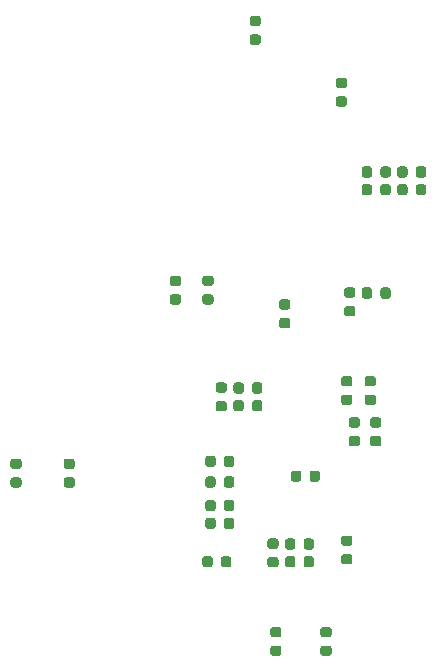
<source format=gbr>
%TF.GenerationSoftware,KiCad,Pcbnew,(5.1.6)-1*%
%TF.CreationDate,2020-06-19T12:40:56+02:00*%
%TF.ProjectId,iceduino,69636564-7569-46e6-9f2e-6b696361645f,rev?*%
%TF.SameCoordinates,Original*%
%TF.FileFunction,Paste,Bot*%
%TF.FilePolarity,Positive*%
%FSLAX46Y46*%
G04 Gerber Fmt 4.6, Leading zero omitted, Abs format (unit mm)*
G04 Created by KiCad (PCBNEW (5.1.6)-1) date 2020-06-19 12:40:56*
%MOMM*%
%LPD*%
G01*
G04 APERTURE LIST*
G04 APERTURE END LIST*
%TO.C,C1*%
G36*
G01*
X92643750Y-94850000D02*
X93156250Y-94850000D01*
G75*
G02*
X93375000Y-95068750I0J-218750D01*
G01*
X93375000Y-95506250D01*
G75*
G02*
X93156250Y-95725000I-218750J0D01*
G01*
X92643750Y-95725000D01*
G75*
G02*
X92425000Y-95506250I0J218750D01*
G01*
X92425000Y-95068750D01*
G75*
G02*
X92643750Y-94850000I218750J0D01*
G01*
G37*
G36*
G01*
X92643750Y-93275000D02*
X93156250Y-93275000D01*
G75*
G02*
X93375000Y-93493750I0J-218750D01*
G01*
X93375000Y-93931250D01*
G75*
G02*
X93156250Y-94150000I-218750J0D01*
G01*
X92643750Y-94150000D01*
G75*
G02*
X92425000Y-93931250I0J218750D01*
G01*
X92425000Y-93493750D01*
G75*
G02*
X92643750Y-93275000I218750J0D01*
G01*
G37*
%TD*%
%TO.C,C2*%
G36*
G01*
X81850000Y-102506250D02*
X81850000Y-101993750D01*
G75*
G02*
X82068750Y-101775000I218750J0D01*
G01*
X82506250Y-101775000D01*
G75*
G02*
X82725000Y-101993750I0J-218750D01*
G01*
X82725000Y-102506250D01*
G75*
G02*
X82506250Y-102725000I-218750J0D01*
G01*
X82068750Y-102725000D01*
G75*
G02*
X81850000Y-102506250I0J218750D01*
G01*
G37*
G36*
G01*
X80275000Y-102506250D02*
X80275000Y-101993750D01*
G75*
G02*
X80493750Y-101775000I218750J0D01*
G01*
X80931250Y-101775000D01*
G75*
G02*
X81150000Y-101993750I0J-218750D01*
G01*
X81150000Y-102506250D01*
G75*
G02*
X80931250Y-102725000I-218750J0D01*
G01*
X80493750Y-102725000D01*
G75*
G02*
X80275000Y-102506250I0J218750D01*
G01*
G37*
%TD*%
%TO.C,C3*%
G36*
G01*
X94506250Y-92225000D02*
X93993750Y-92225000D01*
G75*
G02*
X93775000Y-92006250I0J218750D01*
G01*
X93775000Y-91568750D01*
G75*
G02*
X93993750Y-91350000I218750J0D01*
G01*
X94506250Y-91350000D01*
G75*
G02*
X94725000Y-91568750I0J-218750D01*
G01*
X94725000Y-92006250D01*
G75*
G02*
X94506250Y-92225000I-218750J0D01*
G01*
G37*
G36*
G01*
X94506250Y-90650000D02*
X93993750Y-90650000D01*
G75*
G02*
X93775000Y-90431250I0J218750D01*
G01*
X93775000Y-89993750D01*
G75*
G02*
X93993750Y-89775000I218750J0D01*
G01*
X94506250Y-89775000D01*
G75*
G02*
X94725000Y-89993750I0J-218750D01*
G01*
X94725000Y-90431250D01*
G75*
G02*
X94506250Y-90650000I-218750J0D01*
G01*
G37*
%TD*%
%TO.C,C4*%
G36*
G01*
X92506250Y-105725000D02*
X91993750Y-105725000D01*
G75*
G02*
X91775000Y-105506250I0J218750D01*
G01*
X91775000Y-105068750D01*
G75*
G02*
X91993750Y-104850000I218750J0D01*
G01*
X92506250Y-104850000D01*
G75*
G02*
X92725000Y-105068750I0J-218750D01*
G01*
X92725000Y-105506250D01*
G75*
G02*
X92506250Y-105725000I-218750J0D01*
G01*
G37*
G36*
G01*
X92506250Y-104150000D02*
X91993750Y-104150000D01*
G75*
G02*
X91775000Y-103931250I0J218750D01*
G01*
X91775000Y-103493750D01*
G75*
G02*
X91993750Y-103275000I218750J0D01*
G01*
X92506250Y-103275000D01*
G75*
G02*
X92725000Y-103493750I0J-218750D01*
G01*
X92725000Y-103931250D01*
G75*
G02*
X92506250Y-104150000I-218750J0D01*
G01*
G37*
%TD*%
%TO.C,C5*%
G36*
G01*
X90243750Y-112600000D02*
X90756250Y-112600000D01*
G75*
G02*
X90975000Y-112818750I0J-218750D01*
G01*
X90975000Y-113256250D01*
G75*
G02*
X90756250Y-113475000I-218750J0D01*
G01*
X90243750Y-113475000D01*
G75*
G02*
X90025000Y-113256250I0J218750D01*
G01*
X90025000Y-112818750D01*
G75*
G02*
X90243750Y-112600000I218750J0D01*
G01*
G37*
G36*
G01*
X90243750Y-111025000D02*
X90756250Y-111025000D01*
G75*
G02*
X90975000Y-111243750I0J-218750D01*
G01*
X90975000Y-111681250D01*
G75*
G02*
X90756250Y-111900000I-218750J0D01*
G01*
X90243750Y-111900000D01*
G75*
G02*
X90025000Y-111681250I0J218750D01*
G01*
X90025000Y-111243750D01*
G75*
G02*
X90243750Y-111025000I218750J0D01*
G01*
G37*
%TD*%
%TO.C,C6*%
G36*
G01*
X85993750Y-111025000D02*
X86506250Y-111025000D01*
G75*
G02*
X86725000Y-111243750I0J-218750D01*
G01*
X86725000Y-111681250D01*
G75*
G02*
X86506250Y-111900000I-218750J0D01*
G01*
X85993750Y-111900000D01*
G75*
G02*
X85775000Y-111681250I0J218750D01*
G01*
X85775000Y-111243750D01*
G75*
G02*
X85993750Y-111025000I218750J0D01*
G01*
G37*
G36*
G01*
X85993750Y-112600000D02*
X86506250Y-112600000D01*
G75*
G02*
X86725000Y-112818750I0J-218750D01*
G01*
X86725000Y-113256250D01*
G75*
G02*
X86506250Y-113475000I-218750J0D01*
G01*
X85993750Y-113475000D01*
G75*
G02*
X85775000Y-113256250I0J218750D01*
G01*
X85775000Y-112818750D01*
G75*
G02*
X85993750Y-112600000I218750J0D01*
G01*
G37*
%TD*%
%TO.C,C7*%
G36*
G01*
X81850000Y-101006250D02*
X81850000Y-100493750D01*
G75*
G02*
X82068750Y-100275000I218750J0D01*
G01*
X82506250Y-100275000D01*
G75*
G02*
X82725000Y-100493750I0J-218750D01*
G01*
X82725000Y-101006250D01*
G75*
G02*
X82506250Y-101225000I-218750J0D01*
G01*
X82068750Y-101225000D01*
G75*
G02*
X81850000Y-101006250I0J218750D01*
G01*
G37*
G36*
G01*
X80275000Y-101006250D02*
X80275000Y-100493750D01*
G75*
G02*
X80493750Y-100275000I218750J0D01*
G01*
X80931250Y-100275000D01*
G75*
G02*
X81150000Y-100493750I0J-218750D01*
G01*
X81150000Y-101006250D01*
G75*
G02*
X80931250Y-101225000I-218750J0D01*
G01*
X80493750Y-101225000D01*
G75*
G02*
X80275000Y-101006250I0J218750D01*
G01*
G37*
%TD*%
%TO.C,C8*%
G36*
G01*
X80275000Y-97256250D02*
X80275000Y-96743750D01*
G75*
G02*
X80493750Y-96525000I218750J0D01*
G01*
X80931250Y-96525000D01*
G75*
G02*
X81150000Y-96743750I0J-218750D01*
G01*
X81150000Y-97256250D01*
G75*
G02*
X80931250Y-97475000I-218750J0D01*
G01*
X80493750Y-97475000D01*
G75*
G02*
X80275000Y-97256250I0J218750D01*
G01*
G37*
G36*
G01*
X81850000Y-97256250D02*
X81850000Y-96743750D01*
G75*
G02*
X82068750Y-96525000I218750J0D01*
G01*
X82506250Y-96525000D01*
G75*
G02*
X82725000Y-96743750I0J-218750D01*
G01*
X82725000Y-97256250D01*
G75*
G02*
X82506250Y-97475000I-218750J0D01*
G01*
X82068750Y-97475000D01*
G75*
G02*
X81850000Y-97256250I0J218750D01*
G01*
G37*
%TD*%
%TO.C,C9*%
G36*
G01*
X87256250Y-85725000D02*
X86743750Y-85725000D01*
G75*
G02*
X86525000Y-85506250I0J218750D01*
G01*
X86525000Y-85068750D01*
G75*
G02*
X86743750Y-84850000I218750J0D01*
G01*
X87256250Y-84850000D01*
G75*
G02*
X87475000Y-85068750I0J-218750D01*
G01*
X87475000Y-85506250D01*
G75*
G02*
X87256250Y-85725000I-218750J0D01*
G01*
G37*
G36*
G01*
X87256250Y-84150000D02*
X86743750Y-84150000D01*
G75*
G02*
X86525000Y-83931250I0J218750D01*
G01*
X86525000Y-83493750D01*
G75*
G02*
X86743750Y-83275000I218750J0D01*
G01*
X87256250Y-83275000D01*
G75*
G02*
X87475000Y-83493750I0J-218750D01*
G01*
X87475000Y-83931250D01*
G75*
G02*
X87256250Y-84150000I-218750J0D01*
G01*
G37*
%TD*%
%TO.C,C10*%
G36*
G01*
X92756250Y-84725000D02*
X92243750Y-84725000D01*
G75*
G02*
X92025000Y-84506250I0J218750D01*
G01*
X92025000Y-84068750D01*
G75*
G02*
X92243750Y-83850000I218750J0D01*
G01*
X92756250Y-83850000D01*
G75*
G02*
X92975000Y-84068750I0J-218750D01*
G01*
X92975000Y-84506250D01*
G75*
G02*
X92756250Y-84725000I-218750J0D01*
G01*
G37*
G36*
G01*
X92756250Y-83150000D02*
X92243750Y-83150000D01*
G75*
G02*
X92025000Y-82931250I0J218750D01*
G01*
X92025000Y-82493750D01*
G75*
G02*
X92243750Y-82275000I218750J0D01*
G01*
X92756250Y-82275000D01*
G75*
G02*
X92975000Y-82493750I0J-218750D01*
G01*
X92975000Y-82931250D01*
G75*
G02*
X92756250Y-83150000I-218750J0D01*
G01*
G37*
%TD*%
%TO.C,C11*%
G36*
G01*
X89975000Y-97993750D02*
X89975000Y-98506250D01*
G75*
G02*
X89756250Y-98725000I-218750J0D01*
G01*
X89318750Y-98725000D01*
G75*
G02*
X89100000Y-98506250I0J218750D01*
G01*
X89100000Y-97993750D01*
G75*
G02*
X89318750Y-97775000I218750J0D01*
G01*
X89756250Y-97775000D01*
G75*
G02*
X89975000Y-97993750I0J-218750D01*
G01*
G37*
G36*
G01*
X88400000Y-97993750D02*
X88400000Y-98506250D01*
G75*
G02*
X88181250Y-98725000I-218750J0D01*
G01*
X87743750Y-98725000D01*
G75*
G02*
X87525000Y-98506250I0J218750D01*
G01*
X87525000Y-97993750D01*
G75*
G02*
X87743750Y-97775000I218750J0D01*
G01*
X88181250Y-97775000D01*
G75*
G02*
X88400000Y-97993750I0J-218750D01*
G01*
G37*
%TD*%
%TO.C,C12*%
G36*
G01*
X94443750Y-94850000D02*
X94956250Y-94850000D01*
G75*
G02*
X95175000Y-95068750I0J-218750D01*
G01*
X95175000Y-95506250D01*
G75*
G02*
X94956250Y-95725000I-218750J0D01*
G01*
X94443750Y-95725000D01*
G75*
G02*
X94225000Y-95506250I0J218750D01*
G01*
X94225000Y-95068750D01*
G75*
G02*
X94443750Y-94850000I218750J0D01*
G01*
G37*
G36*
G01*
X94443750Y-93275000D02*
X94956250Y-93275000D01*
G75*
G02*
X95175000Y-93493750I0J-218750D01*
G01*
X95175000Y-93931250D01*
G75*
G02*
X94956250Y-94150000I-218750J0D01*
G01*
X94443750Y-94150000D01*
G75*
G02*
X94225000Y-93931250I0J218750D01*
G01*
X94225000Y-93493750D01*
G75*
G02*
X94443750Y-93275000I218750J0D01*
G01*
G37*
%TD*%
%TO.C,C13*%
G36*
G01*
X80756250Y-83725000D02*
X80243750Y-83725000D01*
G75*
G02*
X80025000Y-83506250I0J218750D01*
G01*
X80025000Y-83068750D01*
G75*
G02*
X80243750Y-82850000I218750J0D01*
G01*
X80756250Y-82850000D01*
G75*
G02*
X80975000Y-83068750I0J-218750D01*
G01*
X80975000Y-83506250D01*
G75*
G02*
X80756250Y-83725000I-218750J0D01*
G01*
G37*
G36*
G01*
X80756250Y-82150000D02*
X80243750Y-82150000D01*
G75*
G02*
X80025000Y-81931250I0J218750D01*
G01*
X80025000Y-81493750D01*
G75*
G02*
X80243750Y-81275000I218750J0D01*
G01*
X80756250Y-81275000D01*
G75*
G02*
X80975000Y-81493750I0J-218750D01*
G01*
X80975000Y-81931250D01*
G75*
G02*
X80756250Y-82150000I-218750J0D01*
G01*
G37*
%TD*%
%TO.C,C14*%
G36*
G01*
X80025000Y-105756250D02*
X80025000Y-105243750D01*
G75*
G02*
X80243750Y-105025000I218750J0D01*
G01*
X80681250Y-105025000D01*
G75*
G02*
X80900000Y-105243750I0J-218750D01*
G01*
X80900000Y-105756250D01*
G75*
G02*
X80681250Y-105975000I-218750J0D01*
G01*
X80243750Y-105975000D01*
G75*
G02*
X80025000Y-105756250I0J218750D01*
G01*
G37*
G36*
G01*
X81600000Y-105756250D02*
X81600000Y-105243750D01*
G75*
G02*
X81818750Y-105025000I218750J0D01*
G01*
X82256250Y-105025000D01*
G75*
G02*
X82475000Y-105243750I0J-218750D01*
G01*
X82475000Y-105756250D01*
G75*
G02*
X82256250Y-105975000I-218750J0D01*
G01*
X81818750Y-105975000D01*
G75*
G02*
X81600000Y-105756250I0J218750D01*
G01*
G37*
%TD*%
%TO.C,C15*%
G36*
G01*
X78006250Y-83725000D02*
X77493750Y-83725000D01*
G75*
G02*
X77275000Y-83506250I0J218750D01*
G01*
X77275000Y-83068750D01*
G75*
G02*
X77493750Y-82850000I218750J0D01*
G01*
X78006250Y-82850000D01*
G75*
G02*
X78225000Y-83068750I0J-218750D01*
G01*
X78225000Y-83506250D01*
G75*
G02*
X78006250Y-83725000I-218750J0D01*
G01*
G37*
G36*
G01*
X78006250Y-82150000D02*
X77493750Y-82150000D01*
G75*
G02*
X77275000Y-81931250I0J218750D01*
G01*
X77275000Y-81493750D01*
G75*
G02*
X77493750Y-81275000I218750J0D01*
G01*
X78006250Y-81275000D01*
G75*
G02*
X78225000Y-81493750I0J-218750D01*
G01*
X78225000Y-81931250D01*
G75*
G02*
X78006250Y-82150000I-218750J0D01*
G01*
G37*
%TD*%
%TO.C,C16*%
G36*
G01*
X80275000Y-99006250D02*
X80275000Y-98493750D01*
G75*
G02*
X80493750Y-98275000I218750J0D01*
G01*
X80931250Y-98275000D01*
G75*
G02*
X81150000Y-98493750I0J-218750D01*
G01*
X81150000Y-99006250D01*
G75*
G02*
X80931250Y-99225000I-218750J0D01*
G01*
X80493750Y-99225000D01*
G75*
G02*
X80275000Y-99006250I0J218750D01*
G01*
G37*
G36*
G01*
X81850000Y-99006250D02*
X81850000Y-98493750D01*
G75*
G02*
X82068750Y-98275000I218750J0D01*
G01*
X82506250Y-98275000D01*
G75*
G02*
X82725000Y-98493750I0J-218750D01*
G01*
X82725000Y-99006250D01*
G75*
G02*
X82506250Y-99225000I-218750J0D01*
G01*
X82068750Y-99225000D01*
G75*
G02*
X81850000Y-99006250I0J218750D01*
G01*
G37*
%TD*%
%TO.C,C17*%
G36*
G01*
X91993750Y-91350000D02*
X92506250Y-91350000D01*
G75*
G02*
X92725000Y-91568750I0J-218750D01*
G01*
X92725000Y-92006250D01*
G75*
G02*
X92506250Y-92225000I-218750J0D01*
G01*
X91993750Y-92225000D01*
G75*
G02*
X91775000Y-92006250I0J218750D01*
G01*
X91775000Y-91568750D01*
G75*
G02*
X91993750Y-91350000I218750J0D01*
G01*
G37*
G36*
G01*
X91993750Y-89775000D02*
X92506250Y-89775000D01*
G75*
G02*
X92725000Y-89993750I0J-218750D01*
G01*
X92725000Y-90431250D01*
G75*
G02*
X92506250Y-90650000I-218750J0D01*
G01*
X91993750Y-90650000D01*
G75*
G02*
X91775000Y-90431250I0J218750D01*
G01*
X91775000Y-89993750D01*
G75*
G02*
X91993750Y-89775000I218750J0D01*
G01*
G37*
%TD*%
%TO.C,C37*%
G36*
G01*
X84230000Y-91046250D02*
X84230000Y-90533750D01*
G75*
G02*
X84448750Y-90315000I218750J0D01*
G01*
X84886250Y-90315000D01*
G75*
G02*
X85105000Y-90533750I0J-218750D01*
G01*
X85105000Y-91046250D01*
G75*
G02*
X84886250Y-91265000I-218750J0D01*
G01*
X84448750Y-91265000D01*
G75*
G02*
X84230000Y-91046250I0J218750D01*
G01*
G37*
G36*
G01*
X82655000Y-91046250D02*
X82655000Y-90533750D01*
G75*
G02*
X82873750Y-90315000I218750J0D01*
G01*
X83311250Y-90315000D01*
G75*
G02*
X83530000Y-90533750I0J-218750D01*
G01*
X83530000Y-91046250D01*
G75*
G02*
X83311250Y-91265000I-218750J0D01*
G01*
X82873750Y-91265000D01*
G75*
G02*
X82655000Y-91046250I0J218750D01*
G01*
G37*
%TD*%
%TO.C,C38*%
G36*
G01*
X84230000Y-92546250D02*
X84230000Y-92033750D01*
G75*
G02*
X84448750Y-91815000I218750J0D01*
G01*
X84886250Y-91815000D01*
G75*
G02*
X85105000Y-92033750I0J-218750D01*
G01*
X85105000Y-92546250D01*
G75*
G02*
X84886250Y-92765000I-218750J0D01*
G01*
X84448750Y-92765000D01*
G75*
G02*
X84230000Y-92546250I0J218750D01*
G01*
G37*
G36*
G01*
X82655000Y-92546250D02*
X82655000Y-92033750D01*
G75*
G02*
X82873750Y-91815000I218750J0D01*
G01*
X83311250Y-91815000D01*
G75*
G02*
X83530000Y-92033750I0J-218750D01*
G01*
X83530000Y-92546250D01*
G75*
G02*
X83311250Y-92765000I-218750J0D01*
G01*
X82873750Y-92765000D01*
G75*
G02*
X82655000Y-92546250I0J218750D01*
G01*
G37*
%TD*%
%TO.C,C39*%
G36*
G01*
X88600000Y-104256250D02*
X88600000Y-103743750D01*
G75*
G02*
X88818750Y-103525000I218750J0D01*
G01*
X89256250Y-103525000D01*
G75*
G02*
X89475000Y-103743750I0J-218750D01*
G01*
X89475000Y-104256250D01*
G75*
G02*
X89256250Y-104475000I-218750J0D01*
G01*
X88818750Y-104475000D01*
G75*
G02*
X88600000Y-104256250I0J218750D01*
G01*
G37*
G36*
G01*
X87025000Y-104256250D02*
X87025000Y-103743750D01*
G75*
G02*
X87243750Y-103525000I218750J0D01*
G01*
X87681250Y-103525000D01*
G75*
G02*
X87900000Y-103743750I0J-218750D01*
G01*
X87900000Y-104256250D01*
G75*
G02*
X87681250Y-104475000I-218750J0D01*
G01*
X87243750Y-104475000D01*
G75*
G02*
X87025000Y-104256250I0J218750D01*
G01*
G37*
%TD*%
%TO.C,C40*%
G36*
G01*
X87025000Y-105756250D02*
X87025000Y-105243750D01*
G75*
G02*
X87243750Y-105025000I218750J0D01*
G01*
X87681250Y-105025000D01*
G75*
G02*
X87900000Y-105243750I0J-218750D01*
G01*
X87900000Y-105756250D01*
G75*
G02*
X87681250Y-105975000I-218750J0D01*
G01*
X87243750Y-105975000D01*
G75*
G02*
X87025000Y-105756250I0J218750D01*
G01*
G37*
G36*
G01*
X88600000Y-105756250D02*
X88600000Y-105243750D01*
G75*
G02*
X88818750Y-105025000I218750J0D01*
G01*
X89256250Y-105025000D01*
G75*
G02*
X89475000Y-105243750I0J-218750D01*
G01*
X89475000Y-105756250D01*
G75*
G02*
X89256250Y-105975000I-218750J0D01*
G01*
X88818750Y-105975000D01*
G75*
G02*
X88600000Y-105756250I0J218750D01*
G01*
G37*
%TD*%
%TO.C,C48*%
G36*
G01*
X69006250Y-99225000D02*
X68493750Y-99225000D01*
G75*
G02*
X68275000Y-99006250I0J218750D01*
G01*
X68275000Y-98568750D01*
G75*
G02*
X68493750Y-98350000I218750J0D01*
G01*
X69006250Y-98350000D01*
G75*
G02*
X69225000Y-98568750I0J-218750D01*
G01*
X69225000Y-99006250D01*
G75*
G02*
X69006250Y-99225000I-218750J0D01*
G01*
G37*
G36*
G01*
X69006250Y-97650000D02*
X68493750Y-97650000D01*
G75*
G02*
X68275000Y-97431250I0J218750D01*
G01*
X68275000Y-96993750D01*
G75*
G02*
X68493750Y-96775000I218750J0D01*
G01*
X69006250Y-96775000D01*
G75*
G02*
X69225000Y-96993750I0J-218750D01*
G01*
X69225000Y-97431250D01*
G75*
G02*
X69006250Y-97650000I-218750J0D01*
G01*
G37*
%TD*%
%TO.C,C49*%
G36*
G01*
X63993750Y-98350000D02*
X64506250Y-98350000D01*
G75*
G02*
X64725000Y-98568750I0J-218750D01*
G01*
X64725000Y-99006250D01*
G75*
G02*
X64506250Y-99225000I-218750J0D01*
G01*
X63993750Y-99225000D01*
G75*
G02*
X63775000Y-99006250I0J218750D01*
G01*
X63775000Y-98568750D01*
G75*
G02*
X63993750Y-98350000I218750J0D01*
G01*
G37*
G36*
G01*
X63993750Y-96775000D02*
X64506250Y-96775000D01*
G75*
G02*
X64725000Y-96993750I0J-218750D01*
G01*
X64725000Y-97431250D01*
G75*
G02*
X64506250Y-97650000I-218750J0D01*
G01*
X63993750Y-97650000D01*
G75*
G02*
X63775000Y-97431250I0J218750D01*
G01*
X63775000Y-96993750D01*
G75*
G02*
X63993750Y-96775000I218750J0D01*
G01*
G37*
%TD*%
%TO.C,C83*%
G36*
G01*
X84756250Y-60150000D02*
X84243750Y-60150000D01*
G75*
G02*
X84025000Y-59931250I0J218750D01*
G01*
X84025000Y-59493750D01*
G75*
G02*
X84243750Y-59275000I218750J0D01*
G01*
X84756250Y-59275000D01*
G75*
G02*
X84975000Y-59493750I0J-218750D01*
G01*
X84975000Y-59931250D01*
G75*
G02*
X84756250Y-60150000I-218750J0D01*
G01*
G37*
G36*
G01*
X84756250Y-61725000D02*
X84243750Y-61725000D01*
G75*
G02*
X84025000Y-61506250I0J218750D01*
G01*
X84025000Y-61068750D01*
G75*
G02*
X84243750Y-60850000I218750J0D01*
G01*
X84756250Y-60850000D01*
G75*
G02*
X84975000Y-61068750I0J-218750D01*
G01*
X84975000Y-61506250D01*
G75*
G02*
X84756250Y-61725000I-218750J0D01*
G01*
G37*
%TD*%
%TO.C,R15*%
G36*
G01*
X81886250Y-92765000D02*
X81373750Y-92765000D01*
G75*
G02*
X81155000Y-92546250I0J218750D01*
G01*
X81155000Y-92108750D01*
G75*
G02*
X81373750Y-91890000I218750J0D01*
G01*
X81886250Y-91890000D01*
G75*
G02*
X82105000Y-92108750I0J-218750D01*
G01*
X82105000Y-92546250D01*
G75*
G02*
X81886250Y-92765000I-218750J0D01*
G01*
G37*
G36*
G01*
X81886250Y-91190000D02*
X81373750Y-91190000D01*
G75*
G02*
X81155000Y-90971250I0J218750D01*
G01*
X81155000Y-90533750D01*
G75*
G02*
X81373750Y-90315000I218750J0D01*
G01*
X81886250Y-90315000D01*
G75*
G02*
X82105000Y-90533750I0J-218750D01*
G01*
X82105000Y-90971250D01*
G75*
G02*
X81886250Y-91190000I-218750J0D01*
G01*
G37*
%TD*%
%TO.C,R16*%
G36*
G01*
X85743750Y-105100000D02*
X86256250Y-105100000D01*
G75*
G02*
X86475000Y-105318750I0J-218750D01*
G01*
X86475000Y-105756250D01*
G75*
G02*
X86256250Y-105975000I-218750J0D01*
G01*
X85743750Y-105975000D01*
G75*
G02*
X85525000Y-105756250I0J218750D01*
G01*
X85525000Y-105318750D01*
G75*
G02*
X85743750Y-105100000I218750J0D01*
G01*
G37*
G36*
G01*
X85743750Y-103525000D02*
X86256250Y-103525000D01*
G75*
G02*
X86475000Y-103743750I0J-218750D01*
G01*
X86475000Y-104181250D01*
G75*
G02*
X86256250Y-104400000I-218750J0D01*
G01*
X85743750Y-104400000D01*
G75*
G02*
X85525000Y-104181250I0J218750D01*
G01*
X85525000Y-103743750D01*
G75*
G02*
X85743750Y-103525000I218750J0D01*
G01*
G37*
%TD*%
%TO.C,R42*%
G36*
G01*
X95100000Y-83006250D02*
X95100000Y-82493750D01*
G75*
G02*
X95318750Y-82275000I218750J0D01*
G01*
X95756250Y-82275000D01*
G75*
G02*
X95975000Y-82493750I0J-218750D01*
G01*
X95975000Y-83006250D01*
G75*
G02*
X95756250Y-83225000I-218750J0D01*
G01*
X95318750Y-83225000D01*
G75*
G02*
X95100000Y-83006250I0J218750D01*
G01*
G37*
G36*
G01*
X93525000Y-83006250D02*
X93525000Y-82493750D01*
G75*
G02*
X93743750Y-82275000I218750J0D01*
G01*
X94181250Y-82275000D01*
G75*
G02*
X94400000Y-82493750I0J-218750D01*
G01*
X94400000Y-83006250D01*
G75*
G02*
X94181250Y-83225000I-218750J0D01*
G01*
X93743750Y-83225000D01*
G75*
G02*
X93525000Y-83006250I0J218750D01*
G01*
G37*
%TD*%
%TO.C,R43*%
G36*
G01*
X91543750Y-66100000D02*
X92056250Y-66100000D01*
G75*
G02*
X92275000Y-66318750I0J-218750D01*
G01*
X92275000Y-66756250D01*
G75*
G02*
X92056250Y-66975000I-218750J0D01*
G01*
X91543750Y-66975000D01*
G75*
G02*
X91325000Y-66756250I0J218750D01*
G01*
X91325000Y-66318750D01*
G75*
G02*
X91543750Y-66100000I218750J0D01*
G01*
G37*
G36*
G01*
X91543750Y-64525000D02*
X92056250Y-64525000D01*
G75*
G02*
X92275000Y-64743750I0J-218750D01*
G01*
X92275000Y-65181250D01*
G75*
G02*
X92056250Y-65400000I-218750J0D01*
G01*
X91543750Y-65400000D01*
G75*
G02*
X91325000Y-65181250I0J218750D01*
G01*
X91325000Y-64743750D01*
G75*
G02*
X91543750Y-64525000I218750J0D01*
G01*
G37*
%TD*%
%TO.C,C54*%
G36*
G01*
X95100000Y-74256250D02*
X95100000Y-73743750D01*
G75*
G02*
X95318750Y-73525000I218750J0D01*
G01*
X95756250Y-73525000D01*
G75*
G02*
X95975000Y-73743750I0J-218750D01*
G01*
X95975000Y-74256250D01*
G75*
G02*
X95756250Y-74475000I-218750J0D01*
G01*
X95318750Y-74475000D01*
G75*
G02*
X95100000Y-74256250I0J218750D01*
G01*
G37*
G36*
G01*
X93525000Y-74256250D02*
X93525000Y-73743750D01*
G75*
G02*
X93743750Y-73525000I218750J0D01*
G01*
X94181250Y-73525000D01*
G75*
G02*
X94400000Y-73743750I0J-218750D01*
G01*
X94400000Y-74256250D01*
G75*
G02*
X94181250Y-74475000I-218750J0D01*
G01*
X93743750Y-74475000D01*
G75*
G02*
X93525000Y-74256250I0J218750D01*
G01*
G37*
%TD*%
%TO.C,C55*%
G36*
G01*
X93525000Y-72756250D02*
X93525000Y-72243750D01*
G75*
G02*
X93743750Y-72025000I218750J0D01*
G01*
X94181250Y-72025000D01*
G75*
G02*
X94400000Y-72243750I0J-218750D01*
G01*
X94400000Y-72756250D01*
G75*
G02*
X94181250Y-72975000I-218750J0D01*
G01*
X93743750Y-72975000D01*
G75*
G02*
X93525000Y-72756250I0J218750D01*
G01*
G37*
G36*
G01*
X95100000Y-72756250D02*
X95100000Y-72243750D01*
G75*
G02*
X95318750Y-72025000I218750J0D01*
G01*
X95756250Y-72025000D01*
G75*
G02*
X95975000Y-72243750I0J-218750D01*
G01*
X95975000Y-72756250D01*
G75*
G02*
X95756250Y-72975000I-218750J0D01*
G01*
X95318750Y-72975000D01*
G75*
G02*
X95100000Y-72756250I0J218750D01*
G01*
G37*
%TD*%
%TO.C,C56*%
G36*
G01*
X97400000Y-73743750D02*
X97400000Y-74256250D01*
G75*
G02*
X97181250Y-74475000I-218750J0D01*
G01*
X96743750Y-74475000D01*
G75*
G02*
X96525000Y-74256250I0J218750D01*
G01*
X96525000Y-73743750D01*
G75*
G02*
X96743750Y-73525000I218750J0D01*
G01*
X97181250Y-73525000D01*
G75*
G02*
X97400000Y-73743750I0J-218750D01*
G01*
G37*
G36*
G01*
X98975000Y-73743750D02*
X98975000Y-74256250D01*
G75*
G02*
X98756250Y-74475000I-218750J0D01*
G01*
X98318750Y-74475000D01*
G75*
G02*
X98100000Y-74256250I0J218750D01*
G01*
X98100000Y-73743750D01*
G75*
G02*
X98318750Y-73525000I218750J0D01*
G01*
X98756250Y-73525000D01*
G75*
G02*
X98975000Y-73743750I0J-218750D01*
G01*
G37*
%TD*%
%TO.C,C57*%
G36*
G01*
X98975000Y-72243750D02*
X98975000Y-72756250D01*
G75*
G02*
X98756250Y-72975000I-218750J0D01*
G01*
X98318750Y-72975000D01*
G75*
G02*
X98100000Y-72756250I0J218750D01*
G01*
X98100000Y-72243750D01*
G75*
G02*
X98318750Y-72025000I218750J0D01*
G01*
X98756250Y-72025000D01*
G75*
G02*
X98975000Y-72243750I0J-218750D01*
G01*
G37*
G36*
G01*
X97400000Y-72243750D02*
X97400000Y-72756250D01*
G75*
G02*
X97181250Y-72975000I-218750J0D01*
G01*
X96743750Y-72975000D01*
G75*
G02*
X96525000Y-72756250I0J218750D01*
G01*
X96525000Y-72243750D01*
G75*
G02*
X96743750Y-72025000I218750J0D01*
G01*
X97181250Y-72025000D01*
G75*
G02*
X97400000Y-72243750I0J-218750D01*
G01*
G37*
%TD*%
M02*

</source>
